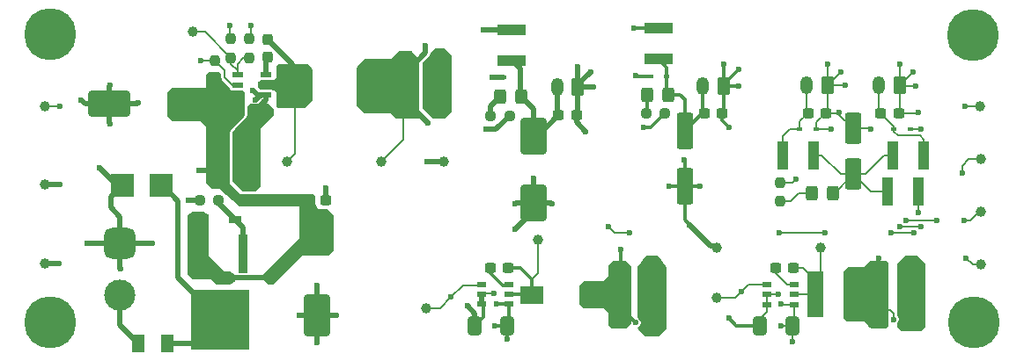
<source format=gbr>
%TF.GenerationSoftware,KiCad,Pcbnew,9.0.4*%
%TF.CreationDate,2025-11-01T22:13:15-04:00*%
%TF.ProjectId,power_distribution,706f7765-725f-4646-9973-747269627574,v1*%
%TF.SameCoordinates,Original*%
%TF.FileFunction,Copper,L1,Top*%
%TF.FilePolarity,Positive*%
%FSLAX46Y46*%
G04 Gerber Fmt 4.6, Leading zero omitted, Abs format (unit mm)*
G04 Created by KiCad (PCBNEW 9.0.4) date 2025-11-01 22:13:15*
%MOMM*%
%LPD*%
G01*
G04 APERTURE LIST*
G04 Aperture macros list*
%AMRoundRect*
0 Rectangle with rounded corners*
0 $1 Rounding radius*
0 $2 $3 $4 $5 $6 $7 $8 $9 X,Y pos of 4 corners*
0 Add a 4 corners polygon primitive as box body*
4,1,4,$2,$3,$4,$5,$6,$7,$8,$9,$2,$3,0*
0 Add four circle primitives for the rounded corners*
1,1,$1+$1,$2,$3*
1,1,$1+$1,$4,$5*
1,1,$1+$1,$6,$7*
1,1,$1+$1,$8,$9*
0 Add four rect primitives between the rounded corners*
20,1,$1+$1,$2,$3,$4,$5,0*
20,1,$1+$1,$4,$5,$6,$7,0*
20,1,$1+$1,$6,$7,$8,$9,0*
20,1,$1+$1,$8,$9,$2,$3,0*%
G04 Aperture macros list end*
%TA.AperFunction,ComponentPad*%
%ADD10C,0.800000*%
%TD*%
%TA.AperFunction,ComponentPad*%
%ADD11C,5.000000*%
%TD*%
%TA.AperFunction,SMDPad,CuDef*%
%ADD12C,1.000000*%
%TD*%
%TA.AperFunction,SMDPad,CuDef*%
%ADD13RoundRect,0.250000X1.750000X1.000000X-1.750000X1.000000X-1.750000X-1.000000X1.750000X-1.000000X0*%
%TD*%
%TA.AperFunction,ComponentPad*%
%ADD14RoundRect,0.250000X0.350000X0.625000X-0.350000X0.625000X-0.350000X-0.625000X0.350000X-0.625000X0*%
%TD*%
%TA.AperFunction,ComponentPad*%
%ADD15O,1.200000X1.750000*%
%TD*%
%TA.AperFunction,SMDPad,CuDef*%
%ADD16R,0.508000X0.355600*%
%TD*%
%TA.AperFunction,SMDPad,CuDef*%
%ADD17RoundRect,0.250000X-0.412500X-1.100000X0.412500X-1.100000X0.412500X1.100000X-0.412500X1.100000X0*%
%TD*%
%TA.AperFunction,SMDPad,CuDef*%
%ADD18RoundRect,0.237500X-0.300000X-0.237500X0.300000X-0.237500X0.300000X0.237500X-0.300000X0.237500X0*%
%TD*%
%TA.AperFunction,SMDPad,CuDef*%
%ADD19RoundRect,0.237500X0.250000X0.237500X-0.250000X0.237500X-0.250000X-0.237500X0.250000X-0.237500X0*%
%TD*%
%TA.AperFunction,SMDPad,CuDef*%
%ADD20RoundRect,0.250000X-1.000000X1.500000X-1.000000X-1.500000X1.000000X-1.500000X1.000000X1.500000X0*%
%TD*%
%TA.AperFunction,SMDPad,CuDef*%
%ADD21RoundRect,0.250000X-0.412500X-0.650000X0.412500X-0.650000X0.412500X0.650000X-0.412500X0.650000X0*%
%TD*%
%TA.AperFunction,SMDPad,CuDef*%
%ADD22R,1.100000X0.599999*%
%TD*%
%TA.AperFunction,SMDPad,CuDef*%
%ADD23RoundRect,0.250000X-0.325000X-0.450000X0.325000X-0.450000X0.325000X0.450000X-0.325000X0.450000X0*%
%TD*%
%TA.AperFunction,SMDPad,CuDef*%
%ADD24R,0.914400X3.708400*%
%TD*%
%TA.AperFunction,SMDPad,CuDef*%
%ADD25R,5.562600X5.791200*%
%TD*%
%TA.AperFunction,SMDPad,CuDef*%
%ADD26R,0.990600X2.794000*%
%TD*%
%TA.AperFunction,SMDPad,CuDef*%
%ADD27R,2.180400X2.210000*%
%TD*%
%TA.AperFunction,SMDPad,CuDef*%
%ADD28RoundRect,0.237500X-0.237500X0.250000X-0.237500X-0.250000X0.237500X-0.250000X0.237500X0.250000X0*%
%TD*%
%TA.AperFunction,SMDPad,CuDef*%
%ADD29R,0.901700X0.508000*%
%TD*%
%TA.AperFunction,SMDPad,CuDef*%
%ADD30R,2.794000X0.990600*%
%TD*%
%TA.AperFunction,ComponentPad*%
%ADD31RoundRect,0.750000X-0.750000X0.750000X-0.750000X-0.750000X0.750000X-0.750000X0.750000X0.750000X0*%
%TD*%
%TA.AperFunction,ComponentPad*%
%ADD32C,3.000000*%
%TD*%
%TA.AperFunction,SMDPad,CuDef*%
%ADD33RoundRect,0.250000X-1.000000X1.750000X-1.000000X-1.750000X1.000000X-1.750000X1.000000X1.750000X0*%
%TD*%
%TA.AperFunction,SMDPad,CuDef*%
%ADD34R,2.794000X3.098800*%
%TD*%
%TA.AperFunction,SMDPad,CuDef*%
%ADD35RoundRect,0.250000X-0.550000X1.500000X-0.550000X-1.500000X0.550000X-1.500000X0.550000X1.500000X0*%
%TD*%
%TA.AperFunction,SMDPad,CuDef*%
%ADD36RoundRect,0.092500X-0.517500X-0.277500X0.517500X-0.277500X0.517500X0.277500X-0.517500X0.277500X0*%
%TD*%
%TA.AperFunction,SMDPad,CuDef*%
%ADD37RoundRect,0.237500X0.237500X-0.300000X0.237500X0.300000X-0.237500X0.300000X-0.237500X-0.300000X0*%
%TD*%
%TA.AperFunction,SMDPad,CuDef*%
%ADD38R,1.270000X1.778000*%
%TD*%
%TA.AperFunction,SMDPad,CuDef*%
%ADD39RoundRect,0.237500X0.237500X-0.250000X0.237500X0.250000X-0.237500X0.250000X-0.237500X-0.250000X0*%
%TD*%
%TA.AperFunction,SMDPad,CuDef*%
%ADD40R,2.255799X1.753400*%
%TD*%
%TA.AperFunction,SMDPad,CuDef*%
%ADD41R,1.600200X4.495800*%
%TD*%
%TA.AperFunction,SMDPad,CuDef*%
%ADD42RoundRect,0.250000X0.550000X-1.250000X0.550000X1.250000X-0.550000X1.250000X-0.550000X-1.250000X0*%
%TD*%
%TA.AperFunction,ViaPad*%
%ADD43C,0.600000*%
%TD*%
%TA.AperFunction,Conductor*%
%ADD44C,0.530000*%
%TD*%
%TA.AperFunction,Conductor*%
%ADD45C,0.200000*%
%TD*%
%TA.AperFunction,Conductor*%
%ADD46C,0.310000*%
%TD*%
G04 APERTURE END LIST*
D10*
%TO.P,H1,1,1*%
%TO.N,unconnected-(H1-Pad1)*%
X17400000Y-15600000D03*
X16850825Y-16925825D03*
X16850825Y-14274175D03*
X15525000Y-17475000D03*
D11*
X15525000Y-15600000D03*
D10*
X15525000Y-13725000D03*
X14199175Y-16925825D03*
X14199175Y-14274175D03*
X13650000Y-15600000D03*
%TD*%
%TO.P,H4,1,1*%
%TO.N,unconnected-(H4-Pad1)_8*%
X102450000Y-43400000D03*
X102999175Y-42074175D03*
X102999175Y-44725825D03*
X104325000Y-41525000D03*
D11*
X104325000Y-43400000D03*
D10*
X104325000Y-45275000D03*
X105650825Y-42074175D03*
X105650825Y-44725825D03*
X106200000Y-43400000D03*
%TD*%
%TO.P,H3,1,1*%
%TO.N,unconnected-(H3-Pad1)_5*%
X13650000Y-43400000D03*
X14199175Y-42074175D03*
X14199175Y-44725825D03*
X15525000Y-41525000D03*
D11*
X15525000Y-43400000D03*
D10*
X15525000Y-45275000D03*
X16850825Y-42074175D03*
X16850825Y-44725825D03*
X17400000Y-43400000D03*
%TD*%
%TO.P,H2,1,1*%
%TO.N,unconnected-(H2-Pad1)_2*%
X102399175Y-15674175D03*
X102948350Y-14348350D03*
X102948350Y-17000000D03*
X104274175Y-13799175D03*
D11*
X104274175Y-15674175D03*
D10*
X104274175Y-17549175D03*
X105600000Y-14348350D03*
X105600000Y-17000000D03*
X106149175Y-15674175D03*
%TD*%
D12*
%TO.P,FB_5V1,1,1*%
%TO.N,5V_BUS*%
X51700000Y-42000000D03*
%TD*%
%TO.P,GND1,1,1*%
%TO.N,GND*%
X15021320Y-37733333D03*
%TD*%
D13*
%TO.P,C9,1*%
%TO.N,VBAT*%
X29137500Y-22337500D03*
%TO.P,C9,2*%
%TO.N,GND*%
X21137500Y-22337500D03*
%TD*%
D14*
%TO.P,J2,1,Pin_1*%
%TO.N,GND*%
X66262500Y-20709700D03*
D15*
%TO.P,J2,2,Pin_2*%
%TO.N,Net-(D3-A)*%
X64262500Y-20709700D03*
%TD*%
D16*
%TO.P,D9,1*%
%TO.N,Net-(J5-Pin_2)*%
X96624900Y-24762500D03*
%TO.P,D9,2*%
%TO.N,GND*%
X98225100Y-24762500D03*
%TD*%
D17*
%TO.P,C18,1*%
%TO.N,5V_BUS*%
X70237500Y-39212500D03*
%TO.P,C18,2*%
%TO.N,GND*%
X73362500Y-39212500D03*
%TD*%
D18*
%TO.P,C21,1*%
%TO.N,Net-(U3-BST)*%
X85262500Y-38112500D03*
%TO.P,C21,2*%
%TO.N,Net-(U3-SW)*%
X86987500Y-38112500D03*
%TD*%
D19*
%TO.P,R3,1*%
%TO.N,GND*%
X74625000Y-23259700D03*
%TO.P,R3,2*%
%TO.N,Net-(D6-K)*%
X72800000Y-23259700D03*
%TD*%
D14*
%TO.P,J4,1,Pin_1*%
%TO.N,GND*%
X90225000Y-20562500D03*
D15*
%TO.P,J4,2,Pin_2*%
%TO.N,Net-(J4-Pin_2)*%
X88225000Y-20562500D03*
%TD*%
D18*
%TO.P,C12,1*%
%TO.N,VBAT*%
X33575000Y-22900000D03*
%TO.P,C12,2*%
%TO.N,GND*%
X35300000Y-22900000D03*
%TD*%
D16*
%TO.P,D7,1*%
%TO.N,Net-(J4-Pin_2)*%
X87574800Y-24762500D03*
%TO.P,D7,2*%
%TO.N,GND*%
X89175000Y-24762500D03*
%TD*%
D20*
%TO.P,C3,1*%
%TO.N,Net-(D3-A)*%
X62000000Y-25409700D03*
%TO.P,C3,2*%
%TO.N,GND*%
X62000000Y-31909700D03*
%TD*%
D21*
%TO.P,C16,1*%
%TO.N,12V_BUS*%
X56350000Y-43712500D03*
%TO.P,C16,2*%
%TO.N,GND*%
X59475000Y-43712500D03*
%TD*%
D12*
%TO.P,EN_3V3,1,1*%
%TO.N,5V_BUS*%
X105000000Y-27666667D03*
%TD*%
D17*
%TO.P,C11,1*%
%TO.N,VBAT*%
X31487500Y-25500000D03*
%TO.P,C11,2*%
%TO.N,GND*%
X34612500Y-25500000D03*
%TD*%
D12*
%TO.P,SW_5V1,1,1*%
%TO.N,Net-(U2-SW)*%
X62400000Y-35400000D03*
%TD*%
%TO.P,12V1,1,1*%
%TO.N,12V_BUS*%
X47350000Y-27900000D03*
%TD*%
D22*
%TO.P,U1,1,FB*%
%TO.N,Net-(U1-FB)*%
X33521516Y-19550998D03*
%TO.P,U1,2,EN*%
%TO.N,Net-(U1-EN)*%
X33521516Y-20500999D03*
%TO.P,U1,3,VIN*%
%TO.N,VBAT*%
X33521516Y-21451000D03*
%TO.P,U1,4,GND*%
%TO.N,GND*%
X36221500Y-21451000D03*
%TO.P,U1,5,SW*%
%TO.N,Net-(U1-SW)*%
X36221500Y-20500999D03*
%TO.P,U1,6,CB*%
%TO.N,Net-(U1-CB)*%
X36221500Y-19550998D03*
%TD*%
D23*
%TO.P,D6,1,K*%
%TO.N,Net-(D6-K)*%
X72887500Y-21459700D03*
%TO.P,D6,2,A*%
%TO.N,Net-(D6-A)*%
X74937500Y-21459700D03*
%TD*%
D14*
%TO.P,J3,1,Pin_1*%
%TO.N,GND*%
X80262500Y-20609700D03*
D15*
%TO.P,J3,2,Pin_2*%
%TO.N,Net-(D6-A)*%
X78262500Y-20609700D03*
%TD*%
D24*
%TO.P,Q1,1,G*%
%TO.N,Net-(D2-A)*%
X34027498Y-36787500D03*
D25*
%TO.P,Q1,2,D*%
%TO.N,Net-(Q1-D)*%
X31832499Y-43137500D03*
D24*
%TO.P,Q1,3,S*%
%TO.N,VBAT*%
X29637500Y-36787500D03*
%TD*%
D12*
%TO.P,GND3,1,1*%
%TO.N,GND*%
X79600000Y-36200000D03*
%TD*%
D19*
%TO.P,R1,1*%
%TO.N,Net-(D2-A)*%
X31712500Y-31600000D03*
%TO.P,R1,2*%
%TO.N,GND*%
X29887500Y-31600000D03*
%TD*%
D26*
%TO.P,F6,1*%
%TO.N,Net-(J5-Pin_2)*%
X99522200Y-27312500D03*
%TO.P,F6,2*%
%TO.N,/3V3_SPLIT*%
X96525000Y-27312500D03*
%TD*%
D27*
%TO.P,D1,1*%
%TO.N,Net-(Q1-D)*%
X26200000Y-30200000D03*
%TO.P,D1,2*%
%TO.N,GND*%
X22485600Y-30200000D03*
%TD*%
D26*
%TO.P,F4,1*%
%TO.N,/3V3_SPLIT*%
X96026400Y-30812500D03*
%TO.P,F4,2*%
%TO.N,3V3_BUS*%
X99023600Y-30812500D03*
%TD*%
D21*
%TO.P,C14,1*%
%TO.N,12V_BUS*%
X49437500Y-22087500D03*
%TO.P,C14,2*%
%TO.N,GND*%
X52562500Y-22087500D03*
%TD*%
D28*
%TO.P,R4,1*%
%TO.N,GND*%
X85675000Y-29898750D03*
%TO.P,R4,2*%
%TO.N,Net-(D8-K)*%
X85675000Y-31723750D03*
%TD*%
D29*
%TO.P,U2,1,FB*%
%TO.N,5V_BUS*%
X57009000Y-39750000D03*
%TO.P,U2,2,EN*%
%TO.N,12V_BUS*%
X57009000Y-40700001D03*
%TO.P,U2,3,VIN*%
X57009000Y-41650002D03*
%TO.P,U2,4,GND*%
%TO.N,GND*%
X59612500Y-41650002D03*
%TO.P,U2,5,SW*%
%TO.N,Net-(U2-SW)*%
X59612500Y-40700001D03*
%TO.P,U2,6,BST*%
%TO.N,Net-(U2-BST)*%
X59612500Y-39750000D03*
%TD*%
D30*
%TO.P,F3,1*%
%TO.N,Net-(D6-A)*%
X74012500Y-18009700D03*
%TO.P,F3,2*%
%TO.N,5V_BUS*%
X74012500Y-15012500D03*
%TD*%
D17*
%TO.P,C19,1*%
%TO.N,5V_BUS*%
X70237500Y-42462500D03*
%TO.P,C19,2*%
%TO.N,GND*%
X73362500Y-42462500D03*
%TD*%
%TO.P,C23,1*%
%TO.N,3V3_BUS*%
X95137500Y-42212500D03*
%TO.P,C23,2*%
%TO.N,GND*%
X98262500Y-42212500D03*
%TD*%
D31*
%TO.P,J1,1,Pin_1*%
%TO.N,GND*%
X22200000Y-35800000D03*
D32*
%TO.P,J1,2,Pin_2*%
%TO.N,Net-(J1-Pin_2)*%
X22200000Y-40800000D03*
%TD*%
D33*
%TO.P,C1,1*%
%TO.N,VBAT*%
X41127498Y-34687500D03*
%TO.P,C1,2*%
%TO.N,GND*%
X41127498Y-42687500D03*
%TD*%
D34*
%TO.P,L1,1,1*%
%TO.N,Net-(U1-SW)*%
X39040850Y-20587500D03*
%TO.P,L1,2,2*%
%TO.N,12V_BUS*%
X46737050Y-20587500D03*
%TD*%
D21*
%TO.P,C20,1*%
%TO.N,5V_BUS*%
X83762500Y-43712500D03*
%TO.P,C20,2*%
%TO.N,GND*%
X86887500Y-43712500D03*
%TD*%
D23*
%TO.P,D3,1,K*%
%TO.N,Net-(D3-K)*%
X58775000Y-21659700D03*
%TO.P,D3,2,A*%
%TO.N,Net-(D3-A)*%
X60825000Y-21659700D03*
%TD*%
D17*
%TO.P,C22,1*%
%TO.N,3V3_BUS*%
X95137500Y-38962500D03*
%TO.P,C22,2*%
%TO.N,GND*%
X98262500Y-38962500D03*
%TD*%
D35*
%TO.P,C5,1*%
%TO.N,Net-(D6-A)*%
X76512500Y-24909700D03*
%TO.P,C5,2*%
%TO.N,GND*%
X76512500Y-30309700D03*
%TD*%
D36*
%TO.P,D2,1,K*%
%TO.N,VBAT*%
X29952498Y-33487500D03*
%TO.P,D2,2,A*%
%TO.N,Net-(D2-A)*%
X33302498Y-33487500D03*
%TD*%
D19*
%TO.P,R2,1*%
%TO.N,GND*%
X59662500Y-23459700D03*
%TO.P,R2,2*%
%TO.N,Net-(D3-K)*%
X57837500Y-23459700D03*
%TD*%
D37*
%TO.P,C13,1*%
%TO.N,Net-(U1-CB)*%
X36387500Y-17850000D03*
%TO.P,C13,2*%
%TO.N,Net-(U1-SW)*%
X36387500Y-16125000D03*
%TD*%
D18*
%TO.P,C4,1*%
%TO.N,Net-(D3-A)*%
X64400000Y-23409700D03*
%TO.P,C4,2*%
%TO.N,GND*%
X66125000Y-23409700D03*
%TD*%
D12*
%TO.P,SW_3V3,1,1*%
%TO.N,Net-(U3-SW)*%
X89600000Y-36200000D03*
%TD*%
D18*
%TO.P,C6,1*%
%TO.N,Net-(D6-A)*%
X78412500Y-23259700D03*
%TO.P,C6,2*%
%TO.N,GND*%
X80137500Y-23259700D03*
%TD*%
D12*
%TO.P,GND2,1,1*%
%TO.N,GND*%
X53350000Y-27900000D03*
%TD*%
%TO.P,FB_3V3,1,1*%
%TO.N,3V3_BUS*%
X79600000Y-41000000D03*
%TD*%
D18*
%TO.P,C17,1*%
%TO.N,Net-(U2-BST)*%
X57837500Y-38112500D03*
%TO.P,C17,2*%
%TO.N,Net-(U2-SW)*%
X59562500Y-38112500D03*
%TD*%
D38*
%TO.P,F1,1*%
%TO.N,Net-(J1-Pin_2)*%
X23955200Y-45400000D03*
%TO.P,F1,2*%
%TO.N,Net-(Q1-D)*%
X26800000Y-45400000D03*
%TD*%
D16*
%TO.P,D5,1*%
%TO.N,Net-(D6-A)*%
X74812600Y-19659700D03*
%TO.P,D5,2*%
%TO.N,GND*%
X73212400Y-19659700D03*
%TD*%
D39*
%TO.P,R6,1*%
%TO.N,Net-(U1-FB)*%
X34637500Y-17912500D03*
%TO.P,R6,2*%
%TO.N,GND*%
X34637500Y-16087500D03*
%TD*%
D23*
%TO.P,D8,1,K*%
%TO.N,Net-(D8-K)*%
X88700000Y-30912500D03*
%TO.P,D8,2,A*%
%TO.N,/3V3_SPLIT*%
X90750000Y-30912500D03*
%TD*%
D12*
%TO.P,EN_5V1,1,1*%
%TO.N,12V_BUS*%
X105000000Y-37800000D03*
%TD*%
%TO.P,3V3,1,1*%
%TO.N,3V3_BUS*%
X104950000Y-22533333D03*
%TD*%
D14*
%TO.P,J5,1,Pin_1*%
%TO.N,GND*%
X97175000Y-20562500D03*
D15*
%TO.P,J5,2,Pin_2*%
%TO.N,Net-(J5-Pin_2)*%
X95175000Y-20562500D03*
%TD*%
D18*
%TO.P,C2,1*%
%TO.N,VBAT*%
X40275000Y-31662500D03*
%TO.P,C2,2*%
%TO.N,GND*%
X42000000Y-31662500D03*
%TD*%
D30*
%TO.P,F2,1*%
%TO.N,Net-(D3-A)*%
X59900000Y-18159700D03*
%TO.P,F2,2*%
%TO.N,12V_BUS*%
X59900000Y-15162500D03*
%TD*%
D40*
%TO.P,L2,1,1*%
%TO.N,Net-(U2-SW)*%
X61830600Y-40750000D03*
%TO.P,L2,2,2*%
%TO.N,5V_BUS*%
X67769400Y-40750000D03*
%TD*%
D28*
%TO.P,R5,1*%
%TO.N,12V_BUS*%
X32887500Y-16087500D03*
%TO.P,R5,2*%
%TO.N,Net-(U1-FB)*%
X32887500Y-17912500D03*
%TD*%
D12*
%TO.P,SW_12V1,1,1*%
%TO.N,Net-(U1-SW)*%
X38300000Y-27900000D03*
%TD*%
%TO.P,EN_12V1,1,1*%
%TO.N,Net-(U1-EN)*%
X15021320Y-22533333D03*
%TD*%
D29*
%TO.P,U3,1,FB*%
%TO.N,3V3_BUS*%
X84421500Y-39762498D03*
%TO.P,U3,2,EN*%
%TO.N,5V_BUS*%
X84421500Y-40712499D03*
%TO.P,U3,3,VIN*%
X84421500Y-41662500D03*
%TO.P,U3,4,GND*%
%TO.N,GND*%
X87025000Y-41662500D03*
%TO.P,U3,5,SW*%
%TO.N,Net-(U3-SW)*%
X87025000Y-40712499D03*
%TO.P,U3,6,BST*%
%TO.N,Net-(U3-BST)*%
X87025000Y-39762498D03*
%TD*%
D18*
%TO.P,C8,1*%
%TO.N,Net-(J4-Pin_2)*%
X88362500Y-23212500D03*
%TO.P,C8,2*%
%TO.N,GND*%
X90087500Y-23212500D03*
%TD*%
D12*
%TO.P,FB_12V1,1,1*%
%TO.N,Net-(U1-FB)*%
X29200000Y-15400000D03*
%TD*%
%TO.P,VBAT1,1,1*%
%TO.N,VBAT*%
X15021320Y-30133333D03*
%TD*%
D16*
%TO.P,D4,1*%
%TO.N,Net-(D3-A)*%
X60700100Y-19809700D03*
%TO.P,D4,2*%
%TO.N,GND*%
X59099900Y-19809700D03*
%TD*%
D41*
%TO.P,L3,1,1*%
%TO.N,Net-(U3-SW)*%
X89049999Y-40700000D03*
%TO.P,L3,2,2*%
%TO.N,3V3_BUS*%
X92950001Y-40700000D03*
%TD*%
D17*
%TO.P,C15,1*%
%TO.N,12V_BUS*%
X49437500Y-19337500D03*
%TO.P,C15,2*%
%TO.N,GND*%
X52562500Y-19337500D03*
%TD*%
%TO.P,C10,1*%
%TO.N,VBAT*%
X31487500Y-28750000D03*
%TO.P,C10,2*%
%TO.N,GND*%
X34612500Y-28750000D03*
%TD*%
D42*
%TO.P,C7,1*%
%TO.N,/3V3_SPLIT*%
X92725000Y-29112500D03*
%TO.P,C7,2*%
%TO.N,GND*%
X92725000Y-24712500D03*
%TD*%
D18*
%TO.P,C24,1*%
%TO.N,Net-(J5-Pin_2)*%
X95362500Y-23212500D03*
%TO.P,C24,2*%
%TO.N,GND*%
X97087500Y-23212500D03*
%TD*%
D12*
%TO.P,5V1,1,1*%
%TO.N,5V_BUS*%
X105000000Y-32733333D03*
%TD*%
D26*
%TO.P,F5,1*%
%TO.N,Net-(J4-Pin_2)*%
X85927800Y-27312500D03*
%TO.P,F5,2*%
%TO.N,/3V3_SPLIT*%
X88925000Y-27312500D03*
%TD*%
D28*
%TO.P,R7,1*%
%TO.N,Net-(U1-EN)*%
X31337500Y-18187500D03*
%TO.P,R7,2*%
%TO.N,VBAT*%
X31337500Y-20012500D03*
%TD*%
D43*
%TO.N,5V_BUS*%
X54050000Y-40950000D03*
%TO.N,VBAT*%
X29850000Y-28750000D03*
X16466667Y-30133333D03*
%TO.N,GND*%
X94400000Y-24800000D03*
X33500000Y-26500000D03*
X76500000Y-27750000D03*
X99300000Y-42200000D03*
X21250000Y-20500000D03*
X57400000Y-24800000D03*
X90600000Y-24800000D03*
X99300000Y-39000000D03*
X72600000Y-24600000D03*
X74400000Y-42400000D03*
X28800000Y-31600000D03*
X97250000Y-18500000D03*
X81750000Y-19000000D03*
X52800000Y-23300000D03*
X99200000Y-24800000D03*
X66250000Y-18750000D03*
X72400000Y-39200000D03*
X85750000Y-43712500D03*
X51750000Y-27900000D03*
X73400000Y-37400000D03*
X33500000Y-25000000D03*
X33500000Y-29500000D03*
X98500000Y-19250000D03*
X35000000Y-21000000D03*
X51600000Y-22000000D03*
X91400000Y-23200000D03*
X34750000Y-30500000D03*
X53800000Y-22000000D03*
X52800000Y-17450000D03*
X99000000Y-23200000D03*
X67000000Y-25000000D03*
X92000000Y-20500000D03*
X42000000Y-30400000D03*
X74400000Y-39200000D03*
X81750000Y-20609700D03*
X36600000Y-23000000D03*
X97200000Y-42100000D03*
X62000000Y-29500000D03*
X43062500Y-42687500D03*
X25300000Y-35800000D03*
X41127498Y-45377498D03*
X67500000Y-19250000D03*
X18500000Y-21933333D03*
X35250000Y-22000000D03*
X63750000Y-32000000D03*
X98300000Y-37200000D03*
X67750000Y-20709700D03*
X39437500Y-42687500D03*
X91500000Y-19250000D03*
X41127498Y-39872502D03*
X58400000Y-41600000D03*
X19100000Y-35800000D03*
X24000000Y-22250000D03*
X34800000Y-14800000D03*
X53800000Y-19200000D03*
X33500000Y-27750000D03*
X73362500Y-44455000D03*
X78000000Y-30250000D03*
X20250000Y-28500000D03*
X22250000Y-38250000D03*
X87200000Y-29600000D03*
X51600000Y-19200000D03*
X16333333Y-37733333D03*
X60250000Y-32000000D03*
X22200000Y-33300000D03*
X60200000Y-34400000D03*
X86887500Y-45287500D03*
X58000000Y-19800000D03*
X85800000Y-41600000D03*
X80800000Y-24600000D03*
X98300000Y-43900000D03*
X77000000Y-34000000D03*
X75000000Y-30250000D03*
X80250000Y-18500000D03*
X58250000Y-43750000D03*
X98750000Y-20600000D03*
X90250000Y-18500000D03*
X72400000Y-42400000D03*
X21250000Y-24250000D03*
X59475000Y-45000000D03*
X71800000Y-19600000D03*
X36085750Y-22114250D03*
X97200000Y-38900000D03*
%TO.N,12V_BUS*%
X103600000Y-37200000D03*
X69200000Y-34200000D03*
X57200000Y-15200000D03*
X98600000Y-34800000D03*
X32800000Y-14800000D03*
X71200000Y-34800000D03*
X58200000Y-40600000D03*
X51800000Y-24200000D03*
X96400000Y-34800000D03*
X90000000Y-34800000D03*
X55600000Y-41800000D03*
X85600000Y-34800000D03*
X51600000Y-16750000D03*
%TO.N,5V_BUS*%
X71600000Y-15012500D03*
X100800000Y-33600000D03*
X85500000Y-40700000D03*
X103200000Y-29000000D03*
X80750000Y-43000000D03*
X99200000Y-34200000D03*
X70400000Y-36400000D03*
X97800000Y-33600000D03*
X97200000Y-34200000D03*
X71775000Y-43425000D03*
X103400000Y-33600000D03*
%TO.N,3V3_BUS*%
X95200000Y-37200000D03*
X103466667Y-22533333D03*
X99000000Y-32800000D03*
X96600000Y-43100000D03*
X81999826Y-40400000D03*
%TO.N,Net-(U1-EN)*%
X30000000Y-18200000D03*
X16466667Y-22533333D03*
%TD*%
D44*
%TO.N,GND*%
X25300000Y-35800000D02*
X22200000Y-35800000D01*
X22200000Y-35800000D02*
X19100000Y-35800000D01*
D45*
%TO.N,5V_BUS*%
X53000000Y-42000000D02*
X51700000Y-42000000D01*
X54050000Y-40950000D02*
X53000000Y-42000000D01*
X55200000Y-39800000D02*
X56959000Y-39800000D01*
X54050000Y-40950000D02*
X55200000Y-39800000D01*
%TO.N,Net-(U1-SW)*%
X39040850Y-20587500D02*
X39040850Y-27159150D01*
X39040850Y-27159150D02*
X38300000Y-27900000D01*
%TO.N,12V_BUS*%
X49437500Y-22087500D02*
X49437500Y-25812500D01*
X49437500Y-25812500D02*
X47350000Y-27900000D01*
X49600000Y-22162500D02*
X49675000Y-22087500D01*
D44*
%TO.N,GND*%
X51750000Y-27900000D02*
X53350000Y-27900000D01*
%TO.N,VBAT*%
X33575000Y-22900000D02*
X33575000Y-23412500D01*
X33012500Y-22337500D02*
X33575000Y-22900000D01*
X31487500Y-29487500D02*
X33662500Y-31662500D01*
X31957700Y-39107700D02*
X29637500Y-36787500D01*
X33662500Y-31662500D02*
X40275000Y-31662500D01*
X33521516Y-21451000D02*
X33521516Y-22846516D01*
X31487500Y-28750000D02*
X31487500Y-25500000D01*
X40275000Y-33835002D02*
X41127498Y-34687500D01*
X31487500Y-25500000D02*
X31487500Y-24687500D01*
X29637500Y-36787500D02*
X29637500Y-33802498D01*
X29850000Y-28750000D02*
X31487500Y-28750000D01*
X33521516Y-22846516D02*
X33575000Y-22900000D01*
X31487500Y-24687500D02*
X29137500Y-22337500D01*
D45*
X31337500Y-20012500D02*
X32776000Y-21451000D01*
X32776000Y-21451000D02*
X33521516Y-21451000D01*
D44*
X31487500Y-28750000D02*
X31487500Y-29487500D01*
X16466667Y-30133333D02*
X15021320Y-30133333D01*
X41127498Y-34687500D02*
X36707298Y-39107700D01*
X29137500Y-22337500D02*
X33012500Y-22337500D01*
X40275000Y-31662500D02*
X40275000Y-33835002D01*
X29637500Y-33802498D02*
X29952498Y-33487500D01*
X33575000Y-23412500D02*
X31487500Y-25500000D01*
X36707298Y-39107700D02*
X31957700Y-39107700D01*
%TO.N,GND*%
X42000000Y-31662500D02*
X42000000Y-30400000D01*
X34000000Y-25500000D02*
X33500000Y-25000000D01*
X53800000Y-19200000D02*
X53050000Y-19200000D01*
X39437500Y-42687500D02*
X41127498Y-42687500D01*
D46*
X80262500Y-20609700D02*
X80262500Y-23134700D01*
D44*
X34500000Y-28750000D02*
X33500000Y-27750000D01*
D45*
X90250000Y-18500000D02*
X90250000Y-19150000D01*
D44*
X77000000Y-34000000D02*
X79000000Y-36000000D01*
D45*
X52562500Y-19337500D02*
X51737500Y-19337500D01*
D44*
X52800000Y-19337500D02*
X52800000Y-22087500D01*
D46*
X74387500Y-39212500D02*
X74400000Y-39200000D01*
D44*
X22200000Y-33300000D02*
X22200000Y-35800000D01*
D45*
X85750000Y-43712500D02*
X86887500Y-43712500D01*
D44*
X58322200Y-24800000D02*
X57400000Y-24800000D01*
X34250000Y-28750000D02*
X33500000Y-29500000D01*
D45*
X98262500Y-42212500D02*
X99287500Y-42212500D01*
D44*
X22200000Y-33300000D02*
X22200000Y-33200000D01*
X62000000Y-31909700D02*
X60340300Y-31909700D01*
X79400000Y-36000000D02*
X79600000Y-36200000D01*
D46*
X76512500Y-30309700D02*
X75059700Y-30309700D01*
D44*
X60340300Y-31909700D02*
X60250000Y-32000000D01*
D46*
X81750000Y-20609700D02*
X80262500Y-20609700D01*
D45*
X51737500Y-19337500D02*
X51600000Y-19200000D01*
D44*
X36085750Y-22114250D02*
X36221500Y-21978500D01*
X23912500Y-22337500D02*
X21137500Y-22337500D01*
D46*
X80137500Y-23259700D02*
X80137500Y-23937500D01*
D45*
X97175000Y-20562500D02*
X97187500Y-20562500D01*
D46*
X80262500Y-23134700D02*
X80137500Y-23259700D01*
D45*
X87025000Y-41662500D02*
X87025000Y-43575000D01*
D44*
X16333333Y-37733333D02*
X15021320Y-37733333D01*
D46*
X80262500Y-20609700D02*
X80262500Y-20487500D01*
D45*
X98262500Y-38962500D02*
X98262500Y-42212500D01*
D46*
X73362500Y-37437500D02*
X73400000Y-37400000D01*
X73362500Y-39212500D02*
X73362500Y-42462500D01*
D45*
X98262500Y-38962500D02*
X97262500Y-38962500D01*
D44*
X34612500Y-30362500D02*
X34750000Y-30500000D01*
X34612500Y-23587500D02*
X35300000Y-22900000D01*
D46*
X74337500Y-42462500D02*
X74400000Y-42400000D01*
D45*
X97212500Y-20600000D02*
X97175000Y-20562500D01*
D44*
X53162500Y-22087500D02*
X52800000Y-22087500D01*
X53050000Y-19200000D02*
X52912500Y-19337500D01*
D46*
X59612500Y-43575000D02*
X59475000Y-43712500D01*
D45*
X51687500Y-22087500D02*
X51600000Y-22000000D01*
X97262500Y-38962500D02*
X97200000Y-38900000D01*
D44*
X22200000Y-35800000D02*
X21332600Y-34932600D01*
D46*
X73362500Y-39212500D02*
X74387500Y-39212500D01*
D44*
X43062500Y-42687500D02*
X41127498Y-42687500D01*
D46*
X80262500Y-20609700D02*
X80262500Y-18512500D01*
X71859700Y-19659700D02*
X71800000Y-19600000D01*
X80137500Y-23937500D02*
X80800000Y-24600000D01*
D45*
X99287500Y-42212500D02*
X99300000Y-42200000D01*
X97312500Y-42212500D02*
X97200000Y-42100000D01*
X87025000Y-43575000D02*
X86887500Y-43712500D01*
D44*
X21950000Y-30200000D02*
X20250000Y-28500000D01*
X66262500Y-23272200D02*
X66125000Y-23409700D01*
X22200000Y-38200000D02*
X22250000Y-38250000D01*
D46*
X58287500Y-43712500D02*
X58250000Y-43750000D01*
D44*
X35000000Y-21000000D02*
X35451000Y-21451000D01*
D45*
X98262500Y-42212500D02*
X98262500Y-43862500D01*
D44*
X41127498Y-45377498D02*
X41127498Y-42687500D01*
D46*
X76512500Y-33512500D02*
X77000000Y-34000000D01*
D44*
X22200000Y-33200000D02*
X21332600Y-32332600D01*
D45*
X90225000Y-20562500D02*
X90225000Y-20525000D01*
D44*
X34612500Y-25500000D02*
X34000000Y-25500000D01*
D45*
X98262500Y-43862500D02*
X98300000Y-43900000D01*
D44*
X34500000Y-25500000D02*
X33500000Y-26500000D01*
D46*
X58450002Y-41650002D02*
X58400000Y-41600000D01*
X73362500Y-39212500D02*
X73362500Y-37437500D01*
X72412500Y-39212500D02*
X72400000Y-39200000D01*
D44*
X21332600Y-32332600D02*
X21332600Y-31245618D01*
X35799000Y-21451000D02*
X36221500Y-21451000D01*
X52912500Y-19337500D02*
X52800000Y-19337500D01*
D45*
X90225000Y-20562500D02*
X91937500Y-20562500D01*
X91400000Y-23387500D02*
X91400000Y-23200000D01*
D46*
X73362500Y-42462500D02*
X74337500Y-42462500D01*
D44*
X35250000Y-22000000D02*
X35799000Y-21451000D01*
X66125000Y-24125000D02*
X67000000Y-25000000D01*
X18904167Y-22337500D02*
X18500000Y-21933333D01*
D46*
X76512500Y-30309700D02*
X76512500Y-27762500D01*
X73362500Y-42462500D02*
X72462500Y-42462500D01*
D44*
X35451000Y-21451000D02*
X36221500Y-21451000D01*
X58009700Y-19809700D02*
X58000000Y-19800000D01*
D46*
X73362500Y-39212500D02*
X72412500Y-39212500D01*
D45*
X97175000Y-23125000D02*
X97087500Y-23212500D01*
D46*
X76512500Y-30309700D02*
X77940300Y-30309700D01*
D44*
X22200000Y-35800000D02*
X22200000Y-38200000D01*
D46*
X80262500Y-18512500D02*
X80250000Y-18500000D01*
D45*
X97087500Y-23212500D02*
X98987500Y-23212500D01*
X98262500Y-38962500D02*
X99262500Y-38962500D01*
X89175000Y-24762500D02*
X89175000Y-24125000D01*
X97175000Y-20562500D02*
X97175000Y-23125000D01*
D44*
X36500000Y-22900000D02*
X36600000Y-23000000D01*
X34612500Y-25500000D02*
X34612500Y-23587500D01*
X66262500Y-20487500D02*
X67500000Y-19250000D01*
X34612500Y-28750000D02*
X34250000Y-28750000D01*
D46*
X73362500Y-44455000D02*
X73362500Y-42462500D01*
D45*
X34637500Y-16087500D02*
X34800000Y-15925000D01*
D44*
X19650000Y-22250000D02*
X19737500Y-22337500D01*
X41127498Y-39872502D02*
X41127498Y-42687500D01*
X34612500Y-28750000D02*
X34500000Y-28750000D01*
D46*
X59475000Y-45000000D02*
X59475000Y-43712500D01*
D45*
X99200000Y-24800000D02*
X99000000Y-24800000D01*
X90250000Y-19150000D02*
X90225000Y-19175000D01*
D44*
X36085750Y-22114250D02*
X35300000Y-22900000D01*
D46*
X75059700Y-30309700D02*
X75000000Y-30250000D01*
D45*
X91387500Y-23212500D02*
X91400000Y-23200000D01*
D44*
X66125000Y-23409700D02*
X66125000Y-24125000D01*
D45*
X86901250Y-29898750D02*
X87200000Y-29600000D01*
X90562500Y-24762500D02*
X90600000Y-24800000D01*
X94312500Y-24712500D02*
X94400000Y-24800000D01*
X85675000Y-29898750D02*
X86901250Y-29898750D01*
X92725000Y-24712500D02*
X94312500Y-24712500D01*
D44*
X22378218Y-30200000D02*
X22485600Y-30200000D01*
X34612500Y-25500000D02*
X34500000Y-25500000D01*
X34612500Y-28750000D02*
X34612500Y-25500000D01*
X62000000Y-31909700D02*
X62000000Y-32600000D01*
X21137500Y-22337500D02*
X21137500Y-20612500D01*
D45*
X98962500Y-24762500D02*
X98225100Y-24762500D01*
D44*
X66262500Y-20709700D02*
X66262500Y-18762500D01*
X21137500Y-22337500D02*
X18904167Y-22337500D01*
D45*
X98262500Y-42212500D02*
X97312500Y-42212500D01*
D44*
X67750000Y-20709700D02*
X66262500Y-20709700D01*
X62000000Y-32600000D02*
X60200000Y-34400000D01*
X21332600Y-31245618D02*
X22378218Y-30200000D01*
D46*
X72462500Y-42462500D02*
X72400000Y-42400000D01*
D45*
X90225000Y-19175000D02*
X90225000Y-20562500D01*
D46*
X76512500Y-30309700D02*
X76512500Y-33512500D01*
D45*
X90225000Y-20562500D02*
X90225000Y-23075000D01*
D46*
X77940300Y-30309700D02*
X78000000Y-30250000D01*
D45*
X90225000Y-23075000D02*
X90087500Y-23212500D01*
D44*
X63659700Y-31909700D02*
X63750000Y-32000000D01*
X29887500Y-31600000D02*
X28800000Y-31600000D01*
X59662500Y-23459700D02*
X58322200Y-24800000D01*
D45*
X85862500Y-41662500D02*
X85800000Y-41600000D01*
D46*
X74625000Y-23259700D02*
X73284700Y-24600000D01*
D44*
X24000000Y-22250000D02*
X23912500Y-22337500D01*
D46*
X80262500Y-20487500D02*
X81750000Y-19000000D01*
D44*
X52800000Y-17450000D02*
X52800000Y-19337500D01*
X59099900Y-19809700D02*
X58009700Y-19809700D01*
X21137500Y-22337500D02*
X21137500Y-24137500D01*
D45*
X87025000Y-41662500D02*
X85862500Y-41662500D01*
D46*
X73362500Y-38737500D02*
X72887500Y-39212500D01*
D44*
X36221500Y-21978500D02*
X36221500Y-21451000D01*
D45*
X99000000Y-24800000D02*
X98962500Y-24762500D01*
X34800000Y-15925000D02*
X34800000Y-14800000D01*
D44*
X79000000Y-36000000D02*
X79400000Y-36000000D01*
D46*
X72887500Y-39212500D02*
X73212500Y-39212500D01*
D44*
X66262500Y-18762500D02*
X66250000Y-18750000D01*
D45*
X98750000Y-20600000D02*
X97212500Y-20600000D01*
D44*
X34612500Y-28750000D02*
X34612500Y-30362500D01*
X53800000Y-22000000D02*
X53250000Y-22000000D01*
D45*
X98262500Y-37237500D02*
X98300000Y-37200000D01*
X89175000Y-24125000D02*
X90087500Y-23212500D01*
X99262500Y-38962500D02*
X99300000Y-39000000D01*
X98987500Y-23212500D02*
X99000000Y-23200000D01*
X52562500Y-22087500D02*
X51687500Y-22087500D01*
D44*
X62000000Y-31909700D02*
X63659700Y-31909700D01*
D45*
X98262500Y-38962500D02*
X98262500Y-37237500D01*
D46*
X76512500Y-27762500D02*
X76500000Y-27750000D01*
D45*
X90087500Y-23212500D02*
X91387500Y-23212500D01*
D46*
X59612500Y-41650002D02*
X59612500Y-43575000D01*
D45*
X97187500Y-20562500D02*
X98500000Y-19250000D01*
X97175000Y-20562500D02*
X97175000Y-18575000D01*
D46*
X59612500Y-41650002D02*
X58450002Y-41650002D01*
D45*
X89175000Y-24762500D02*
X90562500Y-24762500D01*
D44*
X21137500Y-24137500D02*
X21250000Y-24250000D01*
X22485600Y-30200000D02*
X21950000Y-30200000D01*
D45*
X92725000Y-24712500D02*
X91400000Y-23387500D01*
D46*
X59475000Y-43712500D02*
X58287500Y-43712500D01*
D44*
X62000000Y-31909700D02*
X62000000Y-29500000D01*
X66262500Y-20709700D02*
X66262500Y-20487500D01*
D46*
X73212400Y-19659700D02*
X71859700Y-19659700D01*
D44*
X35300000Y-22900000D02*
X36500000Y-22900000D01*
D45*
X86887500Y-45287500D02*
X86887500Y-43712500D01*
X97175000Y-18575000D02*
X97250000Y-18500000D01*
D44*
X53250000Y-22000000D02*
X53162500Y-22087500D01*
X21137500Y-20612500D02*
X21250000Y-20500000D01*
D45*
X91937500Y-20562500D02*
X92000000Y-20500000D01*
D44*
X66262500Y-20709700D02*
X66262500Y-23272200D01*
D45*
X90225000Y-20525000D02*
X91500000Y-19250000D01*
D46*
X73284700Y-24600000D02*
X72600000Y-24600000D01*
D44*
X52800000Y-23300000D02*
X52800000Y-22087500D01*
%TO.N,Net-(D3-A)*%
X64262500Y-20709700D02*
X64262500Y-23272200D01*
X60700100Y-19809700D02*
X60700100Y-21534800D01*
X60825000Y-21659700D02*
X60825000Y-21625000D01*
X64262500Y-23272200D02*
X64400000Y-23409700D01*
X60825000Y-21625000D02*
X60800000Y-21600000D01*
X60700100Y-21534800D02*
X60825000Y-21659700D01*
X62000000Y-25409700D02*
X62400000Y-25409700D01*
X62000000Y-22834700D02*
X60825000Y-21659700D01*
X62400000Y-25409700D02*
X64400000Y-23409700D01*
X59900000Y-18159700D02*
X60700100Y-18959800D01*
X62000000Y-25409700D02*
X62000000Y-22834700D01*
X60700100Y-18959800D02*
X60700100Y-19809700D01*
D46*
%TO.N,Net-(D6-A)*%
X74812600Y-18809800D02*
X74012500Y-18009700D01*
X78162500Y-23259700D02*
X76512500Y-24909700D01*
X78262500Y-20609700D02*
X78262500Y-23109700D01*
X78412500Y-23259700D02*
X78162500Y-23259700D01*
X74937500Y-21459700D02*
X76059700Y-21459700D01*
X74812600Y-19659700D02*
X74812600Y-18809800D01*
X74812600Y-19659700D02*
X74812600Y-21334800D01*
X74812600Y-21334800D02*
X74937500Y-21459700D01*
X78262500Y-23109700D02*
X78412500Y-23259700D01*
X76512500Y-21912500D02*
X76512500Y-24909700D01*
X76059700Y-21459700D02*
X76512500Y-21912500D01*
D44*
%TO.N,Net-(U1-SW)*%
X38787500Y-18525000D02*
X38787500Y-20587500D01*
X36387500Y-16125000D02*
X38787500Y-18525000D01*
X38700999Y-20500999D02*
X38787500Y-20587500D01*
X36221500Y-20500999D02*
X38700999Y-20500999D01*
%TO.N,Net-(U1-CB)*%
X36221500Y-18016000D02*
X36387500Y-17850000D01*
X36221500Y-19550998D02*
X36221500Y-18016000D01*
%TO.N,12V_BUS*%
X55600000Y-41800000D02*
X56350000Y-42550000D01*
D45*
X51787500Y-24200000D02*
X51800000Y-24200000D01*
D44*
X57237500Y-15162500D02*
X57200000Y-15200000D01*
X47087500Y-20587500D02*
X48425000Y-20587500D01*
X47087500Y-20587500D02*
X48175000Y-20587500D01*
X56350000Y-42550000D02*
X56350000Y-43150000D01*
D45*
X71200000Y-34800000D02*
X69800000Y-34800000D01*
D44*
X51600000Y-16750000D02*
X51600000Y-17400000D01*
D46*
X57200000Y-42862500D02*
X56350000Y-43712500D01*
X57009000Y-41650002D02*
X57200000Y-41841002D01*
D44*
X57009000Y-40700001D02*
X57009000Y-41650002D01*
D46*
X57200000Y-41841002D02*
X57200000Y-42862500D01*
D45*
X32800000Y-14800000D02*
X32800000Y-16000000D01*
X58200000Y-40600000D02*
X57109001Y-40600000D01*
D44*
X48175000Y-20587500D02*
X49675000Y-22087500D01*
D45*
X57109001Y-40600000D02*
X57009000Y-40700001D01*
D44*
X51600000Y-17400000D02*
X49675000Y-19325000D01*
D45*
X105000000Y-37800000D02*
X104200000Y-37800000D01*
X104200000Y-37800000D02*
X103600000Y-37200000D01*
D44*
X48425000Y-20587500D02*
X49675000Y-19337500D01*
D45*
X69800000Y-34800000D02*
X69200000Y-34200000D01*
D44*
X49675000Y-22087500D02*
X51787500Y-24200000D01*
X49675000Y-19337500D02*
X49675000Y-22087500D01*
D45*
X32800000Y-16000000D02*
X32887500Y-16087500D01*
X90000000Y-34800000D02*
X85600000Y-34800000D01*
X98600000Y-34800000D02*
X96400000Y-34800000D01*
D46*
X56350000Y-43712500D02*
X56350000Y-43150000D01*
D44*
X49675000Y-19325000D02*
X49675000Y-19337500D01*
X59900000Y-15162500D02*
X57237500Y-15162500D01*
D46*
%TO.N,Net-(U2-BST)*%
X57837500Y-38637500D02*
X57837500Y-38112500D01*
X59000000Y-39800000D02*
X57837500Y-38637500D01*
X59562500Y-39800000D02*
X59000000Y-39800000D01*
X59612500Y-39750000D02*
X59562500Y-39800000D01*
%TO.N,Net-(U2-SW)*%
X59612500Y-40700001D02*
X61362501Y-40700001D01*
D45*
X62400000Y-35400000D02*
X62400000Y-38661200D01*
X62400000Y-38661200D02*
X61830600Y-39230600D01*
D46*
X60712500Y-38112500D02*
X61830600Y-39230600D01*
X61830600Y-39230600D02*
X61830600Y-40750000D01*
X61362501Y-40700001D02*
X61412500Y-40750000D01*
X59562500Y-38112500D02*
X60712500Y-38112500D01*
D45*
%TO.N,5V_BUS*%
X85500000Y-40700000D02*
X85487501Y-40712499D01*
X104866667Y-32733333D02*
X105000000Y-32733333D01*
X84421500Y-41662500D02*
X84421500Y-42378500D01*
D46*
X83762500Y-43712500D02*
X81462500Y-43712500D01*
X70812500Y-42462500D02*
X70237500Y-42462500D01*
D45*
X103833333Y-27666667D02*
X105000000Y-27666667D01*
X84421500Y-40712499D02*
X84421500Y-41662500D01*
D46*
X70237500Y-39212500D02*
X70237500Y-42462500D01*
D45*
X85487501Y-40712499D02*
X84421500Y-40712499D01*
D46*
X70400000Y-36400000D02*
X70400000Y-39050000D01*
X67769400Y-40750000D02*
X68700000Y-40750000D01*
X70400000Y-39050000D02*
X70237500Y-39212500D01*
D45*
X99200000Y-34200000D02*
X97200000Y-34200000D01*
D46*
X71775000Y-43425000D02*
X70812500Y-42462500D01*
D45*
X83762500Y-43037500D02*
X83762500Y-43712500D01*
D46*
X67812500Y-40750000D02*
X68225000Y-40750000D01*
X71600000Y-15012500D02*
X74012500Y-15012500D01*
D45*
X103200000Y-29000000D02*
X103200000Y-28300000D01*
X103200000Y-28300000D02*
X103833333Y-27666667D01*
X84421500Y-42378500D02*
X83762500Y-43037500D01*
X100800000Y-33600000D02*
X97800000Y-33600000D01*
D46*
X81462500Y-43712500D02*
X80750000Y-43000000D01*
X69762500Y-39212500D02*
X70200000Y-39650000D01*
D45*
X104000000Y-33600000D02*
X104866667Y-32733333D01*
D46*
X57009000Y-39750000D02*
X56959000Y-39800000D01*
X68050000Y-40750000D02*
X67812500Y-40750000D01*
X68525000Y-40750000D02*
X70237500Y-42462500D01*
X68700000Y-40750000D02*
X70237500Y-39212500D01*
X67769400Y-40750000D02*
X68525000Y-40750000D01*
D45*
X103400000Y-33600000D02*
X104000000Y-33600000D01*
%TO.N,Net-(U3-BST)*%
X87025000Y-39762498D02*
X86362498Y-39762498D01*
X85262500Y-38662500D02*
X85262500Y-38112500D01*
X86362498Y-39762498D02*
X85262500Y-38662500D01*
%TO.N,Net-(U3-SW)*%
X88774999Y-40712499D02*
X88825000Y-40762500D01*
X89600000Y-36200000D02*
X89600000Y-40149999D01*
X87912500Y-38112500D02*
X89049999Y-39249999D01*
X88825000Y-39025000D02*
X88825000Y-40762500D01*
X86987500Y-38112500D02*
X87912500Y-38112500D01*
X89037500Y-40712499D02*
X89049999Y-40700000D01*
X89600000Y-40149999D02*
X89049999Y-40700000D01*
X87025000Y-40712499D02*
X89037500Y-40712499D01*
X89049999Y-39249999D02*
X89049999Y-40700000D01*
%TO.N,3V3_BUS*%
X81399826Y-41000000D02*
X79600000Y-41000000D01*
X81999826Y-40400000D02*
X81399826Y-41000000D01*
X96600000Y-42537500D02*
X96275000Y-42212500D01*
X103466667Y-22533333D02*
X104950000Y-22533333D01*
X96600000Y-43100000D02*
X96600000Y-42537500D01*
X95200000Y-38900000D02*
X95137500Y-38962500D01*
X81999826Y-40400000D02*
X82637328Y-39762498D01*
X95200000Y-37200000D02*
X95200000Y-38900000D01*
X82637328Y-39762498D02*
X84421500Y-39762498D01*
X96275000Y-42212500D02*
X95137500Y-42212500D01*
X95137500Y-38962500D02*
X95137500Y-42212500D01*
X99000000Y-30836100D02*
X99023600Y-30812500D01*
X99000000Y-32800000D02*
X99000000Y-30836100D01*
D44*
%TO.N,Net-(D2-A)*%
X31712500Y-31897502D02*
X33302498Y-33487500D01*
X34027498Y-34212500D02*
X33302498Y-33487500D01*
X34027498Y-36787500D02*
X34027498Y-34212500D01*
X31712500Y-31600000D02*
X31712500Y-31897502D01*
%TO.N,Net-(D3-K)*%
X57837500Y-22597200D02*
X58775000Y-21659700D01*
X57837500Y-23459700D02*
X57837500Y-22597200D01*
D46*
%TO.N,Net-(D6-K)*%
X72887500Y-21459700D02*
X72887500Y-23172200D01*
X72887500Y-23172200D02*
X72800000Y-23259700D01*
D45*
%TO.N,Net-(D8-K)*%
X88700000Y-30912500D02*
X87487500Y-30912500D01*
X86676250Y-31723750D02*
X85675000Y-31723750D01*
X87487500Y-30912500D02*
X86676250Y-31723750D01*
D44*
%TO.N,Net-(J1-Pin_2)*%
X22200000Y-40800000D02*
X22200000Y-43644800D01*
X22200000Y-43644800D02*
X23955200Y-45400000D01*
D45*
%TO.N,Net-(U1-FB)*%
X33521516Y-18921516D02*
X33521516Y-18478484D01*
X32887500Y-18487500D02*
X32887500Y-17912500D01*
X33521516Y-18478484D02*
X34087500Y-17912500D01*
X32887500Y-17912500D02*
X30375000Y-15400000D01*
X33521516Y-19550998D02*
X33521516Y-19121516D01*
X33521516Y-19550998D02*
X33521516Y-18921516D01*
X33521516Y-19121516D02*
X32887500Y-18487500D01*
X30375000Y-15400000D02*
X29200000Y-15400000D01*
X34087500Y-17912500D02*
X34637500Y-17912500D01*
D44*
%TO.N,Net-(Q1-D)*%
X29569999Y-45400000D02*
X31832499Y-43137500D01*
X26307382Y-30200000D02*
X26200000Y-30200000D01*
X27800000Y-31692618D02*
X26307382Y-30200000D01*
X26800000Y-45400000D02*
X29569999Y-45400000D01*
X31832499Y-43137500D02*
X27800000Y-39105001D01*
X27800000Y-39105001D02*
X27800000Y-31692618D01*
D45*
%TO.N,Net-(J4-Pin_2)*%
X87574800Y-24762500D02*
X87574800Y-24000200D01*
X85927800Y-25472200D02*
X85927800Y-27312500D01*
X88225000Y-23075000D02*
X88362500Y-23212500D01*
X87574800Y-24000200D02*
X88362500Y-23212500D01*
X86637500Y-24762500D02*
X85927800Y-25472200D01*
X88225000Y-20562500D02*
X88225000Y-23075000D01*
X87574800Y-24762500D02*
X86637500Y-24762500D01*
%TO.N,Net-(J5-Pin_2)*%
X95175000Y-20562500D02*
X95175000Y-23025000D01*
X96624900Y-24994236D02*
X96624900Y-24762500D01*
X99522200Y-27312500D02*
X99522200Y-25774200D01*
X96624900Y-24474900D02*
X95362500Y-23212500D01*
X99148000Y-25400000D02*
X97030664Y-25400000D01*
X96624900Y-24762500D02*
X96624900Y-24474900D01*
X95175000Y-23025000D02*
X95362500Y-23212500D01*
X99522200Y-25774200D02*
X99148000Y-25400000D01*
X97030664Y-25400000D02*
X96624900Y-24994236D01*
%TO.N,/3V3_SPLIT*%
X89712500Y-27312500D02*
X88925000Y-27312500D01*
X95687500Y-27312500D02*
X96525000Y-27312500D01*
X92725000Y-29112500D02*
X92718750Y-29118750D01*
X92718750Y-29118750D02*
X91518750Y-29118750D01*
X94425000Y-30812500D02*
X92725000Y-29112500D01*
X90750000Y-30912500D02*
X90925000Y-30912500D01*
X91518750Y-29118750D02*
X89712500Y-27312500D01*
X96026400Y-30812500D02*
X94425000Y-30812500D01*
X92725000Y-29112500D02*
X93887500Y-29112500D01*
X93887500Y-29112500D02*
X95687500Y-27312500D01*
X90925000Y-30912500D02*
X92725000Y-29112500D01*
%TO.N,Net-(U1-EN)*%
X32250000Y-19731481D02*
X33019518Y-20500999D01*
X30012500Y-18187500D02*
X30000000Y-18200000D01*
X31337500Y-18187500D02*
X30012500Y-18187500D01*
X31337500Y-18187500D02*
X32250000Y-19100000D01*
X32250000Y-19100000D02*
X32250000Y-19731481D01*
X16466667Y-22533333D02*
X15021320Y-22533333D01*
X33019518Y-20500999D02*
X33521516Y-20500999D01*
%TD*%
%TA.AperFunction,Conductor*%
%TO.N,GND*%
G36*
X36515677Y-22290422D02*
G01*
X36536319Y-22307056D01*
X36963681Y-22734418D01*
X36997166Y-22795741D01*
X37000000Y-22822099D01*
X37000000Y-23448638D01*
X36980315Y-23515677D01*
X36963681Y-23536319D01*
X35750000Y-24749999D01*
X35750000Y-30198638D01*
X35730315Y-30265677D01*
X35713681Y-30286319D01*
X35285469Y-30714530D01*
X35224146Y-30748015D01*
X35199845Y-30750832D01*
X34052563Y-30769864D01*
X33985206Y-30751294D01*
X33962825Y-30733562D01*
X33036319Y-29807056D01*
X33002834Y-29745733D01*
X33000000Y-29719375D01*
X33000000Y-25072099D01*
X33019685Y-25005060D01*
X33036319Y-24984418D01*
X33270738Y-24749999D01*
X34500000Y-23520737D01*
X34500000Y-22572099D01*
X34519685Y-22505060D01*
X34536319Y-22484418D01*
X34713681Y-22307056D01*
X34775004Y-22273571D01*
X34801362Y-22270737D01*
X36448638Y-22270737D01*
X36515677Y-22290422D01*
G37*
%TD.AperFunction*%
%TD*%
%TA.AperFunction,Conductor*%
%TO.N,12V_BUS*%
G36*
X50265677Y-17269685D02*
G01*
X50286319Y-17286319D01*
X50963681Y-17963681D01*
X50997166Y-18025004D01*
X51000000Y-18051362D01*
X51000000Y-23626000D01*
X50980315Y-23693039D01*
X50927511Y-23738794D01*
X50876000Y-23750000D01*
X48801362Y-23750000D01*
X48734323Y-23730315D01*
X48713681Y-23713681D01*
X48250000Y-23250000D01*
X45801362Y-23250000D01*
X45734323Y-23230315D01*
X45713681Y-23213681D01*
X45036319Y-22536319D01*
X45002834Y-22474996D01*
X45000000Y-22448638D01*
X45000000Y-18801362D01*
X45019685Y-18734323D01*
X45036319Y-18713681D01*
X45713681Y-18036319D01*
X45775004Y-18002834D01*
X45801362Y-18000000D01*
X48250000Y-18000000D01*
X48963681Y-17286319D01*
X49025004Y-17252834D01*
X49051362Y-17250000D01*
X50198638Y-17250000D01*
X50265677Y-17269685D01*
G37*
%TD.AperFunction*%
%TD*%
%TA.AperFunction,Conductor*%
%TO.N,GND*%
G36*
X73957441Y-37019685D02*
G01*
X73987230Y-37046538D01*
X74722828Y-37966035D01*
X74749336Y-38030681D01*
X74750000Y-38043497D01*
X74750000Y-44007952D01*
X74730315Y-44074991D01*
X74709790Y-44099359D01*
X74035556Y-44717407D01*
X73972836Y-44748197D01*
X73951766Y-44750000D01*
X72801362Y-44750000D01*
X72734323Y-44730315D01*
X72713681Y-44713681D01*
X72036319Y-44036319D01*
X72021615Y-44009391D01*
X72005023Y-43983573D01*
X72004131Y-43977372D01*
X72002834Y-43974996D01*
X72000000Y-43948638D01*
X72000000Y-43944615D01*
X72019685Y-43877576D01*
X72061999Y-43837228D01*
X72082314Y-43825500D01*
X72175500Y-43732314D01*
X72241392Y-43618186D01*
X72275500Y-43490892D01*
X72275500Y-43359108D01*
X72241392Y-43231814D01*
X72175500Y-43117686D01*
X72082314Y-43024500D01*
X72082313Y-43024499D01*
X72061998Y-43012770D01*
X72013783Y-42962202D01*
X72000000Y-42905384D01*
X72000000Y-38041333D01*
X72019685Y-37974294D01*
X72024800Y-37966933D01*
X72712800Y-37049600D01*
X72768771Y-37007779D01*
X72812000Y-37000000D01*
X73890402Y-37000000D01*
X73957441Y-37019685D01*
G37*
%TD.AperFunction*%
%TD*%
%TA.AperFunction,Conductor*%
%TO.N,3V3_BUS*%
G36*
X95915677Y-37469685D02*
G01*
X95936319Y-37486319D01*
X96113681Y-37663681D01*
X96147166Y-37725004D01*
X96150000Y-37751362D01*
X96150000Y-43648638D01*
X96130315Y-43715677D01*
X96113681Y-43736319D01*
X95936319Y-43913681D01*
X95874996Y-43947166D01*
X95848638Y-43950000D01*
X94451362Y-43950000D01*
X94384323Y-43930315D01*
X94363681Y-43913681D01*
X94152929Y-43702929D01*
X94147291Y-43696903D01*
X93800000Y-43300000D01*
X93000000Y-43300000D01*
X92241333Y-43300000D01*
X92174294Y-43280315D01*
X92166933Y-43275200D01*
X91849600Y-43037200D01*
X91807779Y-42981229D01*
X91800000Y-42938000D01*
X91800000Y-38551362D01*
X91819685Y-38484323D01*
X91836319Y-38463681D01*
X92163681Y-38136319D01*
X92225004Y-38102834D01*
X92251362Y-38100000D01*
X93699999Y-38100000D01*
X93700000Y-38100000D01*
X94364317Y-37483133D01*
X94426838Y-37451941D01*
X94448693Y-37450000D01*
X95848638Y-37450000D01*
X95915677Y-37469685D01*
G37*
%TD.AperFunction*%
%TD*%
%TA.AperFunction,Conductor*%
%TO.N,GND*%
G36*
X53508105Y-17027257D02*
G01*
X53528747Y-17043891D01*
X54056109Y-17571253D01*
X54089594Y-17632576D01*
X54092428Y-17658934D01*
X54092428Y-23106210D01*
X54072743Y-23173249D01*
X54056109Y-23193891D01*
X53528747Y-23721253D01*
X53467424Y-23754738D01*
X53441066Y-23757572D01*
X52343790Y-23757572D01*
X52276751Y-23737887D01*
X52256109Y-23721253D01*
X51378747Y-22843891D01*
X51345262Y-22782568D01*
X51342428Y-22756210D01*
X51342428Y-18367249D01*
X51362113Y-18300210D01*
X51378744Y-18279570D01*
X51885821Y-17772494D01*
X51885824Y-17772493D01*
X51972493Y-17685824D01*
X52011345Y-17618529D01*
X52033777Y-17579677D01*
X52065500Y-17461284D01*
X52065500Y-17461279D01*
X52066703Y-17456790D01*
X52098795Y-17401204D01*
X52456109Y-17043891D01*
X52517432Y-17010406D01*
X52543790Y-17007572D01*
X53441066Y-17007572D01*
X53508105Y-17027257D01*
G37*
%TD.AperFunction*%
%TD*%
%TA.AperFunction,Conductor*%
%TO.N,GND*%
G36*
X98965677Y-37019685D02*
G01*
X98986319Y-37036319D01*
X99663681Y-37713681D01*
X99697166Y-37775004D01*
X99700000Y-37801362D01*
X99700000Y-43698638D01*
X99680315Y-43765677D01*
X99663681Y-43786319D01*
X99236319Y-44213681D01*
X99174996Y-44247166D01*
X99148638Y-44250000D01*
X97501362Y-44250000D01*
X97434323Y-44230315D01*
X97413681Y-44213681D01*
X96986319Y-43786319D01*
X96971615Y-43759391D01*
X96955023Y-43733573D01*
X96954131Y-43727372D01*
X96952834Y-43724996D01*
X96950000Y-43698638D01*
X96950000Y-43509176D01*
X96969685Y-43442137D01*
X96986319Y-43421495D01*
X97000500Y-43407314D01*
X97066392Y-43293186D01*
X97100500Y-43165892D01*
X97100500Y-43034108D01*
X97066392Y-42906814D01*
X97000500Y-42792686D01*
X96986319Y-42778505D01*
X96952834Y-42717182D01*
X96950000Y-42690824D01*
X96950000Y-37801362D01*
X96969685Y-37734323D01*
X96986319Y-37713681D01*
X97663681Y-37036319D01*
X97725004Y-37002834D01*
X97751362Y-37000000D01*
X98898638Y-37000000D01*
X98965677Y-37019685D01*
G37*
%TD.AperFunction*%
%TD*%
%TA.AperFunction,Conductor*%
%TO.N,Net-(U1-SW)*%
G36*
X40265677Y-18519685D02*
G01*
X40286319Y-18536319D01*
X40663681Y-18913681D01*
X40697166Y-18975004D01*
X40700000Y-19001362D01*
X40700000Y-21998638D01*
X40680315Y-22065677D01*
X40663681Y-22086319D01*
X40036319Y-22713681D01*
X39974996Y-22747166D01*
X39948638Y-22750000D01*
X37551362Y-22750000D01*
X37484323Y-22730315D01*
X37463681Y-22713681D01*
X37286319Y-22536319D01*
X37252834Y-22474996D01*
X37250000Y-22448638D01*
X37250000Y-21250000D01*
X37000000Y-21000000D01*
X36944018Y-21000000D01*
X36876979Y-20980315D01*
X36875127Y-20979102D01*
X36849730Y-20962132D01*
X36849729Y-20962131D01*
X36791252Y-20950500D01*
X36791248Y-20950500D01*
X35751862Y-20950500D01*
X35722421Y-20941855D01*
X35692435Y-20935332D01*
X35687419Y-20931577D01*
X35684823Y-20930815D01*
X35664181Y-20914181D01*
X35536319Y-20786319D01*
X35502834Y-20724996D01*
X35500000Y-20698638D01*
X35500000Y-20301362D01*
X35519685Y-20234323D01*
X35536319Y-20213681D01*
X35662183Y-20087817D01*
X35723506Y-20054332D01*
X35749864Y-20051498D01*
X36791250Y-20051498D01*
X36791251Y-20051497D01*
X36806068Y-20048550D01*
X36849729Y-20039866D01*
X36849729Y-20039865D01*
X36849731Y-20039865D01*
X36878117Y-20020898D01*
X36944794Y-20000020D01*
X36947008Y-20000000D01*
X37000000Y-20000000D01*
X37250000Y-19750000D01*
X37250000Y-18801362D01*
X37269685Y-18734323D01*
X37286319Y-18713681D01*
X37463681Y-18536319D01*
X37525004Y-18502834D01*
X37551362Y-18500000D01*
X40198638Y-18500000D01*
X40265677Y-18519685D01*
G37*
%TD.AperFunction*%
%TD*%
%TA.AperFunction,Conductor*%
%TO.N,VBAT*%
G36*
X31765677Y-19269685D02*
G01*
X31786319Y-19286319D01*
X31913181Y-19413181D01*
X31946666Y-19474504D01*
X31949500Y-19500862D01*
X31949500Y-19771043D01*
X31964635Y-19827526D01*
X31969980Y-19847472D01*
X31983386Y-19870691D01*
X32000000Y-19932693D01*
X32000000Y-20000000D01*
X32734697Y-20734697D01*
X32768182Y-20796020D01*
X32770191Y-20814709D01*
X32770419Y-20814687D01*
X32771016Y-20820751D01*
X32782647Y-20879228D01*
X32782648Y-20879229D01*
X32826963Y-20945551D01*
X32893285Y-20989866D01*
X32893286Y-20989867D01*
X32951763Y-21001498D01*
X32951766Y-21001499D01*
X33950137Y-21001499D01*
X33979577Y-21010143D01*
X34009564Y-21016667D01*
X34014579Y-21020421D01*
X34017176Y-21021184D01*
X34037818Y-21037818D01*
X34213681Y-21213681D01*
X34247166Y-21275004D01*
X34250000Y-21301362D01*
X34250000Y-23251142D01*
X34233387Y-23313142D01*
X34178722Y-23407822D01*
X34178723Y-23407822D01*
X34178723Y-23407823D01*
X34147000Y-23526216D01*
X34147000Y-23531754D01*
X34127315Y-23598793D01*
X34110681Y-23619435D01*
X32891014Y-24839102D01*
X32891012Y-24839103D01*
X32876325Y-24855453D01*
X32876313Y-24855467D01*
X32859672Y-24876118D01*
X32859671Y-24876119D01*
X32852870Y-24889119D01*
X32830682Y-24919316D01*
X32750000Y-25000000D01*
X32750000Y-30000000D01*
X33750000Y-31000000D01*
X34682242Y-31000000D01*
X34684108Y-31000500D01*
X34815892Y-31000500D01*
X34817758Y-31000000D01*
X36750000Y-31000000D01*
X40698638Y-31000000D01*
X40765677Y-31019685D01*
X40786319Y-31036319D01*
X40963681Y-31213681D01*
X40997166Y-31275004D01*
X41000000Y-31301362D01*
X41000000Y-32000001D01*
X41249998Y-32499998D01*
X41249999Y-32499999D01*
X41250000Y-32500000D01*
X42198638Y-32500000D01*
X42265677Y-32519685D01*
X42286319Y-32536319D01*
X42713681Y-32963681D01*
X42747166Y-33025004D01*
X42750000Y-33051362D01*
X42750000Y-36448638D01*
X42730315Y-36515677D01*
X42713681Y-36536319D01*
X42286319Y-36963681D01*
X42224996Y-36997166D01*
X42198638Y-37000000D01*
X39749999Y-37000000D01*
X37036319Y-39713681D01*
X36974996Y-39747166D01*
X36948638Y-39750000D01*
X36551362Y-39750000D01*
X36484323Y-39730315D01*
X36463681Y-39713681D01*
X36036319Y-39286319D01*
X36002834Y-39224996D01*
X36000000Y-39198638D01*
X36000000Y-38801362D01*
X36019685Y-38734323D01*
X36036319Y-38713681D01*
X37752834Y-36997166D01*
X39500000Y-35250000D01*
X39500000Y-32250000D01*
X33796592Y-32250000D01*
X33729553Y-32230315D01*
X33714937Y-32219320D01*
X31750000Y-30500000D01*
X31749998Y-30500000D01*
X31051362Y-30500000D01*
X30984323Y-30480315D01*
X30963681Y-30463681D01*
X30536319Y-30036319D01*
X30502834Y-29974996D01*
X30500000Y-29948638D01*
X30500000Y-24500000D01*
X30000000Y-24000000D01*
X27301362Y-24000000D01*
X27234323Y-23980315D01*
X27213681Y-23963681D01*
X26786319Y-23536319D01*
X26752834Y-23474996D01*
X26750000Y-23448638D01*
X26750000Y-21301362D01*
X26769685Y-21234323D01*
X26786319Y-21213681D01*
X27213681Y-20786319D01*
X27275004Y-20752834D01*
X27301362Y-20750000D01*
X30500000Y-20750000D01*
X30500000Y-19551362D01*
X30519685Y-19484323D01*
X30536319Y-19463681D01*
X30713681Y-19286319D01*
X30775004Y-19252834D01*
X30801362Y-19250000D01*
X31698638Y-19250000D01*
X31765677Y-19269685D01*
G37*
%TD.AperFunction*%
%TD*%
%TA.AperFunction,Conductor*%
%TO.N,5V_BUS*%
G36*
X70915677Y-37519685D02*
G01*
X70936319Y-37536319D01*
X71313681Y-37913681D01*
X71347166Y-37975004D01*
X71350000Y-38001362D01*
X71350000Y-43498638D01*
X71330315Y-43565677D01*
X71313681Y-43586319D01*
X70936319Y-43963681D01*
X70874996Y-43997166D01*
X70848638Y-44000000D01*
X69647145Y-44000000D01*
X69580106Y-43980315D01*
X69564764Y-43968679D01*
X69191619Y-43636994D01*
X69154591Y-43577743D01*
X69150000Y-43544315D01*
X69150000Y-42500000D01*
X68700000Y-42050000D01*
X66851362Y-42050000D01*
X66784323Y-42030315D01*
X66763681Y-42013681D01*
X66386319Y-41636319D01*
X66352834Y-41574996D01*
X66350000Y-41548638D01*
X66350000Y-39951362D01*
X66369685Y-39884323D01*
X66386319Y-39863681D01*
X66763681Y-39486319D01*
X66825004Y-39452834D01*
X66851362Y-39450000D01*
X68700000Y-39450000D01*
X69150000Y-39000000D01*
X69150000Y-38001362D01*
X69169685Y-37934323D01*
X69186319Y-37913681D01*
X69563681Y-37536319D01*
X69625004Y-37502834D01*
X69651362Y-37500000D01*
X70848638Y-37500000D01*
X70915677Y-37519685D01*
G37*
%TD.AperFunction*%
%TD*%
%TA.AperFunction,Conductor*%
%TO.N,VBAT*%
G36*
X30276182Y-32763091D02*
G01*
X30681454Y-32965727D01*
X30732613Y-33013314D01*
X30750000Y-33076636D01*
X30750000Y-37000000D01*
X32250000Y-38500000D01*
X32720728Y-38500000D01*
X32776182Y-38513091D01*
X33181454Y-38715727D01*
X33232613Y-38763314D01*
X33250000Y-38826636D01*
X33250000Y-39423364D01*
X33230315Y-39490403D01*
X33181454Y-39534273D01*
X32776182Y-39736909D01*
X32720728Y-39750000D01*
X31551362Y-39750000D01*
X31484323Y-39730315D01*
X31463681Y-39713681D01*
X31000000Y-39250000D01*
X29301362Y-39250000D01*
X29234323Y-39230315D01*
X29213681Y-39213681D01*
X28786319Y-38786319D01*
X28752834Y-38724996D01*
X28750000Y-38698638D01*
X28750000Y-33076636D01*
X28769685Y-33009597D01*
X28818546Y-32965727D01*
X29223818Y-32763091D01*
X29279272Y-32750000D01*
X30220728Y-32750000D01*
X30276182Y-32763091D01*
G37*
%TD.AperFunction*%
%TD*%
M02*

</source>
